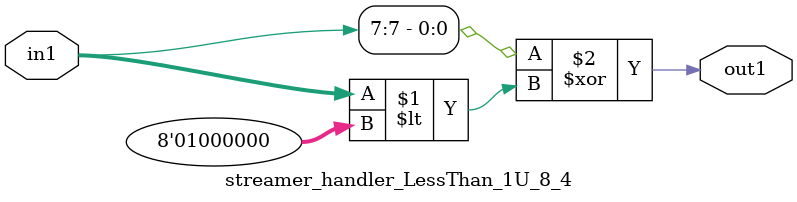
<source format=v>

`timescale 1ps / 1ps


module streamer_handler_LessThan_1U_8_4( in1, out1 );

    input [7:0] in1;
    output out1;

    
    // rtl_process:streamer_handler_LessThan_1U_8_4/streamer_handler_LessThan_1U_8_4_thread_1
    assign out1 = (in1[7] ^ in1 < 8'd064);

endmodule



</source>
